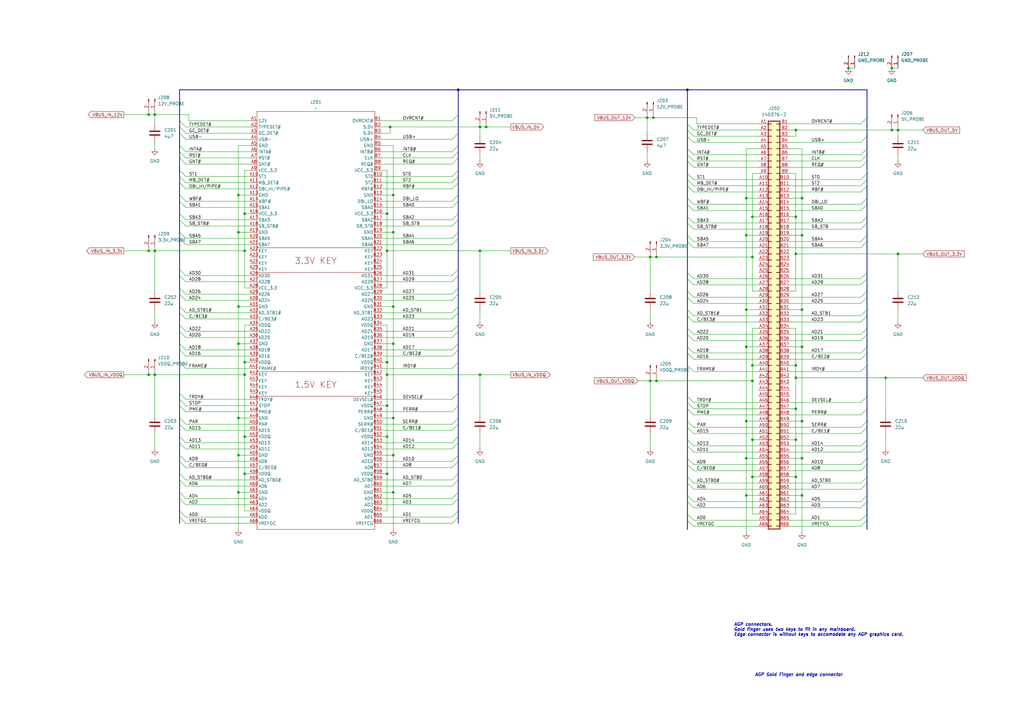
<source format=kicad_sch>
(kicad_sch (version 20250114) (generator "eeschema") (generator_version "9.0")
  (paper "A3")
  (text "AGP connectors.\nGold finger uses two keys to fit in any mainboard.\nEdge connector is without keys to accomodate any AGP graphics card." (at 300.99 258.318 0) (effects (font (size 1.27 1.27) (thickness 0.254) (bold yes) (italic yes)) (justify left)))
  (text "AGP Gold Finger and edge connector" (at 327.66 276.86 0) (effects (font (size 1.27 1.27) (thickness 0.254) (bold yes) (italic yes))))
  (junction (at 160.02 52.07))
  (junction (at 161.29 125.73))
  (junction (at 158.75 148.59))
  (junction (at 365.76 27.94))
  (junction (at 326.39 88.9))
  (junction (at 100.33 87.63))
  (junction (at 97.79 140.97))
  (junction (at 269.24 156.21))
  (junction (at 328.93 187.96))
  (junction (at 326.39 154.94))
  (junction (at 60.96 46.99))
  (junction (at 63.5 102.87))
  (junction (at 328.93 96.52))
  (junction (at 306.07 172.72))
  (junction (at 158.75 87.63))
  (junction (at 326.39 167.64))
  (junction (at 347.98 27.94))
  (junction (at 196.85 52.07))
  (junction (at 97.79 201.93))
  (junction (at 326.39 104.14))
  (junction (at 100.33 102.87))
  (junction (at 308.61 149.86))
  (junction (at 326.39 180.34))
  (junction (at 97.79 80.01))
  (junction (at 60.96 102.87))
  (junction (at 199.39 52.07))
  (junction (at 158.75 194.31))
  (junction (at 97.79 125.73))
  (junction (at 161.29 80.01))
  (junction (at 306.07 187.96))
  (junction (at 308.61 180.34))
  (junction (at 363.22 154.94))
  (junction (at 265.43 48.26))
  (junction (at 100.33 194.31))
  (junction (at 328.93 127))
  (junction (at 196.85 153.67))
  (junction (at 97.79 171.45))
  (junction (at 161.29 140.97))
  (junction (at 328.93 142.24))
  (junction (at 328.93 81.28))
  (junction (at 158.75 102.87))
  (junction (at 308.61 156.21))
  (junction (at 306.07 142.24))
  (junction (at 196.85 102.87))
  (junction (at 158.75 166.37))
  (junction (at 187.96 36.83))
  (junction (at 97.79 186.69))
  (junction (at 161.29 201.93))
  (junction (at 266.7 156.21))
  (junction (at 306.07 203.2))
  (junction (at 266.7 105.41))
  (junction (at 368.3 104.14))
  (junction (at 60.96 153.67))
  (junction (at 63.5 46.99))
  (junction (at 63.5 153.67))
  (junction (at 161.29 171.45))
  (junction (at 328.93 172.72))
  (junction (at 281.94 36.83))
  (junction (at 326.39 195.58))
  (junction (at 368.3 53.34))
  (junction (at 269.24 105.41))
  (junction (at 161.29 186.69))
  (junction (at 308.61 88.9))
  (junction (at 308.61 105.41))
  (junction (at 100.33 148.59))
  (junction (at 158.75 179.07))
  (junction (at 97.79 95.25))
  (junction (at 100.33 153.67))
  (junction (at 306.07 96.52))
  (junction (at 158.75 153.67))
  (junction (at 365.76 53.34))
  (junction (at 326.39 53.34))
  (junction (at 326.39 149.86))
  (junction (at 306.07 81.28))
  (junction (at 306.07 127))
  (junction (at 161.29 95.25))
  (junction (at 328.93 203.2))
  (junction (at 267.97 48.26))
  (junction (at 308.61 195.58))
  (junction (at 100.33 179.07))
  (no_connect (at -114.3 -43.18))
  (bus_entry (at 187.96 46.99) (size -2.54 2.54))
  (bus_entry (at 187.96 135.89) (size -2.54 2.54))
  (bus_entry (at 355.6 119.38) (size -2.54 2.54))
  (bus_entry (at 73.66 133.35) (size 2.54 2.54))
  (bus_entry (at 73.66 125.73) (size 2.54 2.54))
  (bus_entry (at 281.94 172.72) (size 2.54 2.54))
  (bus_entry (at 73.66 212.09) (size 2.54 2.54))
  (bus_entry (at 281.94 127) (size 2.54 2.54))
  (bus_entry (at 281.94 213.36) (size 2.54 2.54))
  (bus_entry (at 187.96 64.77) (size -2.54 2.54))
  (bus_entry (at 73.66 143.51) (size 2.54 2.54))
  (bus_entry (at 355.6 190.5) (size -2.54 2.54))
  (bus_entry (at 187.96 189.23) (size -2.54 2.54))
  (bus_entry (at 187.96 90.17) (size -2.54 2.54))
  (bus_entry (at 187.96 113.03) (size -2.54 2.54))
  (bus_entry (at 187.96 62.23) (size -2.54 2.54))
  (bus_entry (at 355.6 88.9) (size -2.54 2.54))
  (bus_entry (at 281.94 187.96) (size 2.54 2.54))
  (bus_entry (at 73.66 97.79) (size 2.54 2.54))
  (bus_entry (at 73.66 194.31) (size 2.54 2.54))
  (bus_entry (at 281.94 60.96) (size 2.54 2.54))
  (bus_entry (at 355.6 48.26) (size -2.54 2.54))
  (bus_entry (at 281.94 134.62) (size 2.54 2.54))
  (bus_entry (at 73.66 196.85) (size 2.54 2.54))
  (bus_entry (at 281.94 81.28) (size 2.54 2.54))
  (bus_entry (at 73.66 49.53) (size 2.54 2.54))
  (bus_entry (at 355.6 137.16) (size -2.54 2.54))
  (bus_entry (at 355.6 182.88) (size -2.54 2.54))
  (bus_entry (at 73.66 171.45) (size 2.54 2.54))
  (bus_entry (at 187.96 194.31) (size -2.54 2.54))
  (bus_entry (at 281.94 63.5) (size 2.54 2.54))
  (bus_entry (at 73.66 64.77) (size 2.54 2.54))
  (bus_entry (at 73.66 148.59) (size 2.54 2.54))
  (bus_entry (at 187.96 173.99) (size -2.54 2.54))
  (bus_entry (at 281.94 83.82) (size 2.54 2.54))
  (bus_entry (at 355.6 210.82) (size -2.54 2.54))
  (bus_entry (at 73.66 59.69) (size 2.54 2.54))
  (bus_entry (at 187.96 97.79) (size -2.54 2.54))
  (bus_entry (at 281.94 76.2) (size 2.54 2.54))
  (bus_entry (at 187.96 186.69) (size -2.54 2.54))
  (bus_entry (at 281.94 129.54) (size 2.54 2.54))
  (bus_entry (at 281.94 203.2) (size 2.54 2.54))
  (bus_entry (at 281.94 205.74) (size 2.54 2.54))
  (bus_entry (at 187.96 181.61) (size -2.54 2.54))
  (bus_entry (at 355.6 162.56) (size -2.54 2.54))
  (bus_entry (at 187.96 201.93) (size -2.54 2.54))
  (bus_entry (at 73.66 69.85) (size 2.54 2.54))
  (bus_entry (at 281.94 190.5) (size 2.54 2.54))
  (bus_entry (at 281.94 142.24) (size 2.54 2.54))
  (bus_entry (at 355.6 195.58) (size -2.54 2.54))
  (bus_entry (at 281.94 182.88) (size 2.54 2.54))
  (bus_entry (at 187.96 82.55) (size -2.54 2.54))
  (bus_entry (at 73.66 204.47) (size 2.54 2.54))
  (bus_entry (at 73.66 74.93) (size 2.54 2.54))
  (bus_entry (at 355.6 203.2) (size -2.54 2.54))
  (bus_entry (at 73.66 87.63) (size 2.54 2.54))
  (bus_entry (at 73.66 179.07) (size 2.54 2.54))
  (bus_entry (at 73.66 72.39) (size 2.54 2.54))
  (bus_entry (at 187.96 166.37) (size -2.54 2.54))
  (bus_entry (at 187.96 204.47) (size -2.54 2.54))
  (bus_entry (at 355.6 149.86) (size -2.54 2.54))
  (bus_entry (at 281.94 137.16) (size 2.54 2.54))
  (bus_entry (at 187.96 148.59) (size -2.54 2.54))
  (bus_entry (at 187.96 179.07) (size -2.54 2.54))
  (bus_entry (at 73.66 209.55) (size 2.54 2.54))
  (bus_entry (at 281.94 73.66) (size 2.54 2.54))
  (bus_entry (at 355.6 81.28) (size -2.54 2.54))
  (bus_entry (at 73.66 186.69) (size 2.54 2.54))
  (bus_entry (at 281.94 71.12) (size 2.54 2.54))
  (bus_entry (at 355.6 127) (size -2.54 2.54))
  (bus_entry (at 187.96 161.29) (size -2.54 2.54))
  (bus_entry (at 281.94 162.56) (size 2.54 2.54))
  (bus_entry (at 281.94 55.88) (size 2.54 2.54))
  (bus_entry (at 187.96 128.27) (size -2.54 2.54))
  (bus_entry (at 281.94 96.52) (size 2.54 2.54))
  (bus_entry (at 73.66 135.89) (size 2.54 2.54))
  (bus_entry (at 187.96 80.01) (size -2.54 2.54))
  (bus_entry (at 187.96 118.11) (size -2.54 2.54))
  (bus_entry (at 355.6 111.76) (size -2.54 2.54))
  (bus_entry (at 73.66 118.11) (size 2.54 2.54))
  (bus_entry (at 355.6 172.72) (size -2.54 2.54))
  (bus_entry (at 281.94 180.34) (size 2.54 2.54))
  (bus_entry (at 281.94 175.26) (size 2.54 2.54))
  (bus_entry (at 187.96 54.61) (size -2.54 2.54))
  (bus_entry (at 355.6 83.82) (size -2.54 2.54))
  (bus_entry (at 187.96 120.65) (size -2.54 2.54))
  (bus_entry (at 187.96 171.45) (size -2.54 2.54))
  (bus_entry (at 187.96 143.51) (size -2.54 2.54))
  (bus_entry (at 187.96 87.63) (size -2.54 2.54))
  (bus_entry (at 73.66 163.83) (size 2.54 2.54))
  (bus_entry (at 281.94 198.12) (size 2.54 2.54))
  (bus_entry (at 281.94 91.44) (size 2.54 2.54))
  (bus_entry (at 355.6 60.96) (size -2.54 2.54))
  (bus_entry (at 355.6 142.24) (size -2.54 2.54))
  (bus_entry (at 355.6 96.52) (size -2.54 2.54))
  (bus_entry (at 187.96 196.85) (size -2.54 2.54))
  (bus_entry (at 281.94 149.86) (size 2.54 2.54))
  (bus_entry (at 187.96 59.69) (size -2.54 2.54))
  (bus_entry (at 73.66 82.55) (size 2.54 2.54))
  (bus_entry (at 355.6 213.36) (size -2.54 2.54))
  (bus_entry (at 73.66 95.25) (size 2.54 2.54))
  (bus_entry (at 355.6 129.54) (size -2.54 2.54))
  (bus_entry (at 281.94 114.3) (size 2.54 2.54))
  (bus_entry (at 73.66 120.65) (size 2.54 2.54))
  (bus_entry (at 73.66 113.03) (size 2.54 2.54))
  (bus_entry (at 355.6 180.34) (size -2.54 2.54))
  (bus_entry (at 73.66 161.29) (size 2.54 2.54))
  (bus_entry (at 73.66 201.93) (size 2.54 2.54))
  (bus_entry (at 355.6 91.44) (size -2.54 2.54))
  (bus_entry (at 355.6 71.12) (size -2.54 2.54))
  (bus_entry (at 355.6 167.64) (size -2.54 2.54))
  (bus_entry (at 355.6 205.74) (size -2.54 2.54))
  (bus_entry (at 187.96 125.73) (size -2.54 2.54))
  (bus_entry (at 355.6 175.26) (size -2.54 2.54))
  (bus_entry (at 355.6 114.3) (size -2.54 2.54))
  (bus_entry (at 281.94 111.76) (size 2.54 2.54))
  (bus_entry (at 187.96 133.35) (size -2.54 2.54))
  (bus_entry (at 73.66 90.17) (size 2.54 2.54))
  (bus_entry (at 281.94 210.82) (size 2.54 2.54))
  (bus_entry (at 187.96 212.09) (size -2.54 2.54))
  (bus_entry (at 187.96 209.55) (size -2.54 2.54))
  (bus_entry (at 73.66 52.07) (size 2.54 2.54))
  (bus_entry (at 355.6 63.5) (size -2.54 2.54))
  (bus_entry (at 73.66 80.01) (size 2.54 2.54))
  (bus_entry (at 281.94 121.92) (size 2.54 2.54))
  (bus_entry (at 355.6 121.92) (size -2.54 2.54))
  (bus_entry (at 355.6 144.78) (size -2.54 2.54))
  (bus_entry (at 355.6 73.66) (size -2.54 2.54))
  (bus_entry (at 355.6 76.2) (size -2.54 2.54))
  (bus_entry (at 73.66 110.49) (size 2.54 2.54))
  (bus_entry (at 281.94 99.06) (size 2.54 2.54))
  (bus_entry (at 281.94 195.58) (size 2.54 2.54))
  (bus_entry (at 355.6 99.06) (size -2.54 2.54))
  (bus_entry (at 281.94 165.1) (size 2.54 2.54))
  (bus_entry (at 73.66 181.61) (size 2.54 2.54))
  (bus_entry (at 281.94 88.9) (size 2.54 2.54))
  (bus_entry (at 355.6 134.62) (size -2.54 2.54))
  (bus_entry (at 73.66 189.23) (size 2.54 2.54))
  (bus_entry (at 73.66 54.61) (size 2.54 2.54))
  (bus_entry (at 187.96 110.49) (size -2.54 2.54))
  (bus_entry (at 281.94 167.64) (size 2.54 2.54))
  (bus_entry (at 355.6 187.96) (size -2.54 2.54))
  (bus_entry (at 73.66 173.99) (size 2.54 2.54))
  (bus_entry (at 73.66 166.37) (size 2.54 2.54))
  (bus_entry (at 281.94 144.78) (size 2.54 2.54))
  (bus_entry (at 73.66 140.97) (size 2.54 2.54))
  (bus_entry (at 355.6 198.12) (size -2.54 2.54))
  (bus_entry (at 187.96 95.25) (size -2.54 2.54))
  (bus_entry (at 281.94 119.38) (size 2.54 2.54))
  (bus_entry (at 281.94 53.34) (size 2.54 2.54))
  (bus_entry (at 281.94 66.04) (size 2.54 2.54))
  (bus_entry (at 187.96 74.93) (size -2.54 2.54))
  (bus_entry (at 73.66 128.27) (size 2.54 2.54))
  (bus_entry (at 187.96 140.97) (size -2.54 2.54))
  (bus_entry (at 73.66 62.23) (size 2.54 2.54))
  (bus_entry (at 187.96 69.85) (size -2.54 2.54))
  (bus_entry (at 355.6 66.04) (size -2.54 2.54))
  (bus_entry (at 281.94 50.8) (size 2.54 2.54))
  (bus_entry (at 355.6 55.88) (size -2.54 2.54))
  (bus_entry (at 187.96 72.39) (size -2.54 2.54))
  (wire (pts (xy 156.21 85.09) (xy 185.42 85.09)))
  (wire (pts (xy 156.21 123.19) (xy 185.42 123.19)))
  (wire (pts (xy 76.2 173.99) (xy 102.87 173.99)))
  (bus (pts (xy 73.66 80.01) (xy 73.66 82.55)))
  (bus (pts (xy 73.66 204.47) (xy 73.66 209.55)))
  (wire (pts (xy 76.2 204.47) (xy 102.87 204.47)))
  (wire (pts (xy 323.85 195.58) (xy 326.39 195.58)))
  (bus (pts (xy 73.66 49.53) (xy 73.66 52.07)))
  (wire (pts (xy 311.15 203.2) (xy 306.07 203.2)))
  (wire (pts (xy 284.48 83.82) (xy 311.15 83.82)))
  (wire (pts (xy 323.85 185.42) (xy 353.06 185.42)))
  (wire (pts (xy 156.21 140.97) (xy 161.29 140.97)))
  (wire (pts (xy 161.29 59.69) (xy 161.29 80.01)))
  (wire (pts (xy 156.21 214.63) (xy 185.42 214.63)))
  (bus (pts (xy 355.6 119.38) (xy 355.6 121.92)))
  (wire (pts (xy 102.87 148.59) (xy 100.33 148.59)))
  (bus (pts (xy 281.94 121.92) (xy 281.94 127)))
  (wire (pts (xy 365.76 53.34) (xy 368.3 53.34)))
  (wire (pts (xy 100.33 118.11) (xy 100.33 102.87)))
  (wire (pts (xy 60.96 153.67) (xy 63.5 153.67)))
  (wire (pts (xy 199.39 50.8) (xy 199.39 52.07)))
  (wire (pts (xy 284.48 124.46) (xy 311.15 124.46)))
  (wire (pts (xy 196.85 52.07) (xy 199.39 52.07)))
  (wire (pts (xy 102.87 95.25) (xy 97.79 95.25)))
  (wire (pts (xy 60.96 46.99) (xy 63.5 46.99)))
  (bus (pts (xy 281.94 167.64) (xy 281.94 172.72)))
  (bus (pts (xy 187.96 212.09) (xy 187.96 214.63)))
  (wire (pts (xy 323.85 170.18) (xy 353.06 170.18)))
  (wire (pts (xy 76.2 184.15) (xy 102.87 184.15)))
  (wire (pts (xy 306.07 81.28) (xy 306.07 96.52)))
  (wire (pts (xy 156.21 118.11) (xy 158.75 118.11)))
  (bus (pts (xy 73.66 36.83) (xy 73.66 49.53)))
  (wire (pts (xy 365.76 27.94) (xy 368.3 27.94)))
  (wire (pts (xy 284.48 99.06) (xy 311.15 99.06)))
  (wire (pts (xy 284.48 170.18) (xy 311.15 170.18)))
  (wire (pts (xy 323.85 63.5) (xy 353.06 63.5)))
  (wire (pts (xy 328.93 172.72) (xy 328.93 187.96)))
  (wire (pts (xy 311.15 127) (xy 306.07 127)))
  (wire (pts (xy 323.85 180.34) (xy 326.39 180.34)))
  (bus (pts (xy 281.94 137.16) (xy 281.94 142.24)))
  (wire (pts (xy 156.21 100.33) (xy 185.42 100.33)))
  (bus (pts (xy 73.66 166.37) (xy 73.66 171.45)))
  (bus (pts (xy 73.66 36.83) (xy 187.96 36.83)))
  (wire (pts (xy 266.7 104.14) (xy 266.7 105.41)))
  (bus (pts (xy 281.94 205.74) (xy 281.94 210.82)))
  (wire (pts (xy 261.62 156.21) (xy 266.7 156.21)))
  (wire (pts (xy 76.2 57.15) (xy 102.87 57.15)))
  (wire (pts (xy 284.48 53.34) (xy 311.15 53.34)))
  (wire (pts (xy 311.15 210.82) (xy 308.61 210.82)))
  (wire (pts (xy 196.85 50.8) (xy 196.85 52.07)))
  (wire (pts (xy 156.21 59.69) (xy 161.29 59.69)))
  (wire (pts (xy 156.21 194.31) (xy 158.75 194.31)))
  (wire (pts (xy 156.21 90.17) (xy 185.42 90.17)))
  (wire (pts (xy 323.85 165.1) (xy 353.06 165.1)))
  (wire (pts (xy 97.79 125.73) (xy 97.79 140.97)))
  (wire (pts (xy 368.3 53.34) (xy 368.3 55.88)))
  (bus (pts (xy 355.6 182.88) (xy 355.6 187.96)))
  (wire (pts (xy 156.21 204.47) (xy 185.42 204.47)))
  (wire (pts (xy 156.21 115.57) (xy 185.42 115.57)))
  (bus (pts (xy 281.94 195.58) (xy 281.94 198.12)))
  (wire (pts (xy 311.15 195.58) (xy 308.61 195.58)))
  (bus (pts (xy 355.6 96.52) (xy 355.6 99.06)))
  (bus (pts (xy 73.66 173.99) (xy 73.66 179.07)))
  (wire (pts (xy 102.87 179.07) (xy 100.33 179.07)))
  (wire (pts (xy 284.48 129.54) (xy 311.15 129.54)))
  (wire (pts (xy 100.33 69.85) (xy 100.33 87.63)))
  (wire (pts (xy 326.39 167.64) (xy 326.39 180.34)))
  (wire (pts (xy 156.21 80.01) (xy 161.29 80.01)))
  (wire (pts (xy 326.39 104.14) (xy 326.39 119.38)))
  (wire (pts (xy 285.75 50.8) (xy 285.75 48.26)))
  (wire (pts (xy 158.75 102.87) (xy 158.75 118.11)))
  (wire (pts (xy 311.15 96.52) (xy 306.07 96.52)))
  (bus (pts (xy 281.94 81.28) (xy 281.94 83.82)))
  (wire (pts (xy 100.33 148.59) (xy 100.33 153.67)))
  (bus (pts (xy 73.66 163.83) (xy 73.66 166.37)))
  (wire (pts (xy 260.35 105.41) (xy 266.7 105.41)))
  (bus (pts (xy 187.96 74.93) (xy 187.96 80.01)))
  (wire (pts (xy 76.2 120.65) (xy 102.87 120.65)))
  (wire (pts (xy 284.48 76.2) (xy 311.15 76.2)))
  (bus (pts (xy 73.66 143.51) (xy 73.66 148.59)))
  (wire (pts (xy 323.85 93.98) (xy 353.06 93.98)))
  (wire (pts (xy 97.79 140.97) (xy 97.79 171.45)))
  (bus (pts (xy 281.94 114.3) (xy 281.94 119.38)))
  (bus (pts (xy 355.6 127) (xy 355.6 129.54)))
  (bus (pts (xy 355.6 149.86) (xy 355.6 162.56)))
  (bus (pts (xy 187.96 62.23) (xy 187.96 64.77)))
  (wire (pts (xy 156.21 207.01) (xy 185.42 207.01)))
  (bus (pts (xy 187.96 173.99) (xy 187.96 179.07)))
  (wire (pts (xy 158.75 209.55) (xy 158.75 194.31)))
  (bus (pts (xy 187.96 186.69) (xy 187.96 189.23)))
  (wire (pts (xy 323.85 147.32) (xy 353.06 147.32)))
  (wire (pts (xy 76.2 191.77) (xy 102.87 191.77)))
  (wire (pts (xy 323.85 152.4) (xy 353.06 152.4)))
  (wire (pts (xy 308.61 149.86) (xy 308.61 134.62)))
  (wire (pts (xy 265.43 62.23) (xy 265.43 66.04)))
  (wire (pts (xy 63.5 153.67) (xy 100.33 153.67)))
  (wire (pts (xy 284.48 139.7) (xy 311.15 139.7)))
  (wire (pts (xy 97.79 95.25) (xy 97.79 125.73)))
  (bus (pts (xy 187.96 54.61) (xy 187.96 59.69)))
  (bus (pts (xy 187.96 59.69) (xy 187.96 62.23)))
  (wire (pts (xy 308.61 180.34) (xy 308.61 195.58)))
  (bus (pts (xy 355.6 81.28) (xy 355.6 83.82)))
  (wire (pts (xy 196.85 52.07) (xy 196.85 55.88)))
  (wire (pts (xy 76.2 72.39) (xy 102.87 72.39)))
  (wire (pts (xy 323.85 134.62) (xy 326.39 134.62)))
  (bus (pts (xy 355.6 60.96) (xy 355.6 63.5)))
  (bus (pts (xy 187.96 90.17) (xy 187.96 95.25)))
  (wire (pts (xy 265.43 48.26) (xy 265.43 54.61)))
  (bus (pts (xy 187.96 189.23) (xy 187.96 194.31)))
  (wire (pts (xy 266.7 156.21) (xy 266.7 170.18)))
  (wire (pts (xy 100.33 153.67) (xy 100.33 179.07)))
  (wire (pts (xy 156.21 171.45) (xy 161.29 171.45)))
  (wire (pts (xy 97.79 186.69) (xy 97.79 201.93)))
  (wire (pts (xy 306.07 187.96) (xy 306.07 203.2)))
  (wire (pts (xy 284.48 93.98) (xy 311.15 93.98)))
  (wire (pts (xy 76.2 135.89) (xy 102.87 135.89)))
  (wire (pts (xy 260.35 48.26) (xy 265.43 48.26)))
  (wire (pts (xy 156.21 77.47) (xy 185.42 77.47)))
  (wire (pts (xy 323.85 127) (xy 328.93 127)))
  (wire (pts (xy 100.33 133.35) (xy 100.33 148.59)))
  (wire (pts (xy 284.48 114.3) (xy 311.15 114.3)))
  (wire (pts (xy 156.21 196.85) (xy 185.42 196.85)))
  (wire (pts (xy 368.3 104.14) (xy 378.46 104.14)))
  (wire (pts (xy 76.2 82.55) (xy 102.87 82.55)))
  (wire (pts (xy 156.21 92.71) (xy 185.42 92.71)))
  (bus (pts (xy 187.96 82.55) (xy 187.96 87.63)))
  (bus (pts (xy 73.66 90.17) (xy 73.66 95.25)))
  (wire (pts (xy 60.96 102.87) (xy 63.5 102.87)))
  (wire (pts (xy 76.2 181.61) (xy 102.87 181.61)))
  (bus (pts (xy 73.66 140.97) (xy 73.66 143.51)))
  (bus (pts (xy 73.66 125.73) (xy 73.66 128.27)))
  (bus (pts (xy 187.96 128.27) (xy 187.96 133.35)))
  (wire (pts (xy 63.5 46.99) (xy 77.47 46.99)))
  (wire (pts (xy 50.8 46.99) (xy 60.96 46.99)))
  (bus (pts (xy 281.94 182.88) (xy 281.94 187.96)))
  (wire (pts (xy 76.2 113.03) (xy 102.87 113.03)))
  (wire (pts (xy 76.2 151.13) (xy 102.87 151.13)))
  (wire (pts (xy 156.21 64.77) (xy 185.42 64.77)))
  (wire (pts (xy 323.85 116.84) (xy 353.06 116.84)))
  (wire (pts (xy 76.2 92.71) (xy 102.87 92.71)))
  (wire (pts (xy 284.48 165.1) (xy 311.15 165.1)))
  (bus (pts (xy 355.6 71.12) (xy 355.6 73.66)))
  (bus (pts (xy 355.6 175.26) (xy 355.6 180.34)))
  (wire (pts (xy 323.85 99.06) (xy 353.06 99.06)))
  (wire (pts (xy 156.21 189.23) (xy 185.42 189.23)))
  (wire (pts (xy 328.93 142.24) (xy 328.93 172.72)))
  (wire (pts (xy 156.21 128.27) (xy 185.42 128.27)))
  (bus (pts (xy 73.66 59.69) (xy 73.66 62.23)))
  (wire (pts (xy 326.39 154.94) (xy 326.39 167.64)))
  (bus (pts (xy 281.94 149.86) (xy 281.94 162.56)))
  (wire (pts (xy 76.2 199.39) (xy 102.87 199.39)))
  (wire (pts (xy 308.61 134.62) (xy 311.15 134.62)))
  (wire (pts (xy 63.5 153.67) (xy 63.5 170.18)))
  (wire (pts (xy 306.07 127) (xy 306.07 142.24)))
  (bus (pts (xy 281.94 180.34) (xy 281.94 182.88)))
  (bus (pts (xy 281.94 99.06) (xy 281.94 111.76)))
  (wire (pts (xy 326.39 154.94) (xy 363.22 154.94)))
  (wire (pts (xy 156.21 113.03) (xy 185.42 113.03)))
  (wire (pts (xy 284.48 58.42) (xy 311.15 58.42)))
  (wire (pts (xy 311.15 50.8) (xy 285.75 50.8)))
  (wire (pts (xy 156.21 168.91) (xy 185.42 168.91)))
  (wire (pts (xy 156.21 199.39) (xy 185.42 199.39)))
  (bus (pts (xy 187.96 97.79) (xy 187.96 110.49)))
  (bus (pts (xy 355.6 99.06) (xy 355.6 111.76)))
  (bus (pts (xy 355.6 121.92) (xy 355.6 127)))
  (wire (pts (xy 156.21 184.15) (xy 185.42 184.15)))
  (bus (pts (xy 73.66 82.55) (xy 73.66 87.63)))
  (bus (pts (xy 73.66 95.25) (xy 73.66 97.79)))
  (wire (pts (xy 100.33 179.07) (xy 100.33 194.31)))
  (wire (pts (xy 284.48 132.08) (xy 311.15 132.08)))
  (wire (pts (xy 102.87 125.73) (xy 97.79 125.73)))
  (wire (pts (xy 76.2 176.53) (xy 102.87 176.53)))
  (wire (pts (xy 311.15 60.96) (xy 306.07 60.96)))
  (wire (pts (xy 76.2 143.51) (xy 102.87 143.51)))
  (bus (pts (xy 355.6 134.62) (xy 355.6 137.16)))
  (wire (pts (xy 196.85 153.67) (xy 209.55 153.67)))
  (wire (pts (xy 323.85 78.74) (xy 353.06 78.74)))
  (wire (pts (xy 156.21 82.55) (xy 185.42 82.55)))
  (wire (pts (xy 160.02 54.61) (xy 160.02 52.07)))
  (wire (pts (xy 323.85 175.26) (xy 353.06 175.26)))
  (wire (pts (xy 323.85 200.66) (xy 353.06 200.66)))
  (bus (pts (xy 281.94 127) (xy 281.94 129.54)))
  (bus (pts (xy 281.94 76.2) (xy 281.94 81.28)))
  (wire (pts (xy 156.21 181.61) (xy 185.42 181.61)))
  (wire (pts (xy 284.48 182.88) (xy 311.15 182.88)))
  (bus (pts (xy 355.6 66.04) (xy 355.6 71.12)))
  (wire (pts (xy 328.93 127) (xy 328.93 142.24)))
  (bus (pts (xy 73.66 135.89) (xy 73.66 140.97)))
  (wire (pts (xy 158.75 102.87) (xy 196.85 102.87)))
  (bus (pts (xy 355.6 180.34) (xy 355.6 182.88)))
  (wire (pts (xy 156.21 212.09) (xy 185.42 212.09)))
  (bus (pts (xy 187.96 196.85) (xy 187.96 201.93)))
  (wire (pts (xy 323.85 144.78) (xy 353.06 144.78)))
  (bus (pts (xy 355.6 213.36) (xy 355.6 217.17)))
  (wire (pts (xy 323.85 83.82) (xy 353.06 83.82)))
  (wire (pts (xy 328.93 203.2) (xy 328.93 218.44)))
  (wire (pts (xy 102.87 69.85) (xy 100.33 69.85)))
  (wire (pts (xy 160.02 52.07) (xy 196.85 52.07)))
  (wire (pts (xy 76.2 67.31) (xy 102.87 67.31)))
  (wire (pts (xy 156.21 143.51) (xy 185.42 143.51)))
  (wire (pts (xy 365.76 52.07) (xy 365.76 53.34)))
  (wire (pts (xy 156.21 74.93) (xy 185.42 74.93)))
  (wire (pts (xy 97.79 80.01) (xy 97.79 95.25)))
  (wire (pts (xy 76.2 97.79) (xy 102.87 97.79)))
  (bus (pts (xy 355.6 172.72) (xy 355.6 175.26)))
  (wire (pts (xy 323.85 139.7) (xy 353.06 139.7)))
  (bus (pts (xy 187.96 194.31) (xy 187.96 196.85)))
  (wire (pts (xy 323.85 198.12) (xy 353.06 198.12)))
  (bus (pts (xy 73.66 120.65) (xy 73.66 125.73)))
  (wire (pts (xy 156.21 62.23) (xy 185.42 62.23)))
  (bus (pts (xy 187.96 80.01) (xy 187.96 82.55)))
  (wire (pts (xy 311.15 142.24) (xy 306.07 142.24)))
  (bus (pts (xy 73.66 97.79) (xy 73.66 110.49)))
  (wire (pts (xy 63.5 101.6) (xy 63.5 102.87)))
  (wire (pts (xy 308.61 71.12) (xy 308.61 88.9)))
  (bus (pts (xy 355.6 55.88) (xy 355.6 60.96)))
  (wire (pts (xy 323.85 193.04) (xy 353.06 193.04)))
  (bus (pts (xy 187.96 161.29) (xy 187.96 166.37)))
  (bus (pts (xy 355.6 88.9) (xy 355.6 91.44)))
  (wire (pts (xy 156.21 130.81) (xy 185.42 130.81)))
  (wire (pts (xy 76.2 214.63) (xy 102.87 214.63)))
  (wire (pts (xy 76.2 100.33) (xy 102.87 100.33)))
  (wire (pts (xy 266.7 154.94) (xy 266.7 156.21)))
  (wire (pts (xy 63.5 46.99) (xy 63.5 50.8)))
  (wire (pts (xy 63.5 58.42) (xy 63.5 60.96)))
  (wire (pts (xy 156.21 191.77) (xy 185.42 191.77)))
  (bus (pts (xy 355.6 73.66) (xy 355.6 76.2)))
  (wire (pts (xy 76.2 168.91) (xy 102.87 168.91)))
  (bus (pts (xy 355.6 137.16) (xy 355.6 142.24)))
  (wire (pts (xy 63.5 127) (xy 63.5 132.08)))
  (wire (pts (xy 161.29 80.01) (xy 161.29 95.25)))
  (bus (pts (xy 187.96 95.25) (xy 187.96 97.79)))
  (bus (pts (xy 187.96 64.77) (xy 187.96 69.85)))
  (wire (pts (xy 326.39 104.14) (xy 368.3 104.14)))
  (bus (pts (xy 187.96 181.61) (xy 187.96 186.69)))
  (wire (pts (xy 156.21 135.89) (xy 185.42 135.89)))
  (wire (pts (xy 284.48 205.74) (xy 311.15 205.74)))
  (bus (pts (xy 73.66 110.49) (xy 73.66 113.03)))
  (bus (pts (xy 187.96 166.37) (xy 187.96 171.45)))
  (bus (pts (xy 355.6 210.82) (xy 355.6 213.36)))
  (wire (pts (xy 100.33 209.55) (xy 100.33 194.31)))
  (wire (pts (xy 308.61 210.82) (xy 308.61 195.58)))
  (wire (pts (xy 284.48 91.44) (xy 311.15 91.44)))
  (wire (pts (xy 323.85 66.04) (xy 353.06 66.04)))
  (bus (pts (xy 281.94 203.2) (xy 281.94 205.74)))
  (wire (pts (xy 311.15 180.34) (xy 308.61 180.34)))
  (bus (pts (xy 187.96 125.73) (xy 187.96 128.27)))
  (wire (pts (xy 156.21 186.69) (xy 161.29 186.69)))
  (bus (pts (xy 73.66 54.61) (xy 73.66 59.69)))
  (wire (pts (xy 266.7 177.8) (xy 266.7 184.15)))
  (bus (pts (xy 281.94 88.9) (xy 281.94 91.44)))
  (wire (pts (xy 323.85 81.28) (xy 328.93 81.28)))
  (wire (pts (xy 158.75 87.63) (xy 158.75 102.87)))
  (wire (pts (xy 326.39 134.62) (xy 326.39 149.86)))
  (wire (pts (xy 161.29 186.69) (xy 161.29 201.93)))
  (wire (pts (xy 284.48 200.66) (xy 311.15 200.66)))
  (bus (pts (xy 281.94 36.83) (xy 355.6 36.83)))
  (bus (pts (xy 187.96 171.45) (xy 187.96 173.99)))
  (wire (pts (xy 76.2 123.19) (xy 102.87 123.19)))
  (bus (pts (xy 187.96 113.03) (xy 187.96 118.11)))
  (bus (pts (xy 281.94 142.24) (xy 281.94 144.78)))
  (bus (pts (xy 187.96 72.39) (xy 187.96 74.93)))
  (wire (pts (xy 161.29 201.93) (xy 161.29 217.17)))
  (bus (pts (xy 73.66 52.07) (xy 73.66 54.61)))
  (wire (pts (xy 323.85 129.54) (xy 353.06 129.54)))
  (wire (pts (xy 363.22 154.94) (xy 378.46 154.94)))
  (bus (pts (xy 187.96 148.59) (xy 187.96 161.29)))
  (bus (pts (xy 187.96 209.55) (xy 187.96 212.09)))
  (wire (pts (xy 284.48 215.9) (xy 311.15 215.9)))
  (bus (pts (xy 281.94 129.54) (xy 281.94 134.62)))
  (wire (pts (xy 158.75 179.07) (xy 158.75 166.37)))
  (bus (pts (xy 355.6 195.58) (xy 355.6 198.12)))
  (bus (pts (xy 281.94 71.12) (xy 281.94 73.66)))
  (wire (pts (xy 306.07 142.24) (xy 306.07 172.72)))
  (wire (pts (xy 311.15 71.12) (xy 308.61 71.12)))
  (wire (pts (xy 266.7 105.41) (xy 269.24 105.41)))
  (bus (pts (xy 187.96 118.11) (xy 187.96 120.65)))
  (wire (pts (xy 323.85 177.8) (xy 353.06 177.8)))
  (bus (pts (xy 73.66 161.29) (xy 73.66 163.83)))
  (wire (pts (xy 269.24 154.94) (xy 269.24 156.21)))
  (wire (pts (xy 63.5 152.4) (xy 63.5 153.67)))
  (bus (pts (xy 73.66 69.85) (xy 73.66 72.39)))
  (wire (pts (xy 284.48 144.78) (xy 311.15 144.78)))
  (bus (pts (xy 187.96 135.89) (xy 187.96 140.97)))
  (wire (pts (xy 156.21 69.85) (xy 158.75 69.85)))
  (bus (pts (xy 281.94 190.5) (xy 281.94 195.58)))
  (bus (pts (xy 187.96 110.49) (xy 187.96 113.03)))
  (wire (pts (xy 328.93 96.52) (xy 328.93 127)))
  (bus (pts (xy 355.6 91.44) (xy 355.6 96.52)))
  (wire (pts (xy 323.85 149.86) (xy 326.39 149.86)))
  (wire (pts (xy 156.21 72.39) (xy 185.42 72.39)))
  (wire (pts (xy 326.39 71.12) (xy 326.39 88.9)))
  (wire (pts (xy 102.87 80.01) (xy 97.79 80.01)))
  (wire (pts (xy 161.29 171.45) (xy 161.29 186.69)))
  (wire (pts (xy 161.29 95.25) (xy 161.29 125.73)))
  (wire (pts (xy 363.22 154.94) (xy 363.22 170.18)))
  (wire (pts (xy 284.48 121.92) (xy 311.15 121.92)))
  (bus (pts (xy 281.94 91.44) (xy 281.94 96.52)))
  (bus (pts (xy 355.6 144.78) (xy 355.6 149.86)))
  (wire (pts (xy 363.22 177.8) (xy 363.22 184.15)))
  (wire (pts (xy 50.8 102.87) (xy 60.96 102.87)))
  (wire (pts (xy 284.48 198.12) (xy 311.15 198.12)))
  (wire (pts (xy 76.2 64.77) (xy 102.87 64.77)))
  (wire (pts (xy 100.33 87.63) (xy 102.87 87.63)))
  (bus (pts (xy 281.94 53.34) (xy 281.94 55.88)))
  (wire (pts (xy 156.21 133.35) (xy 158.75 133.35)))
  (wire (pts (xy 156.21 52.07) (xy 160.02 52.07)))
  (wire (pts (xy 63.5 102.87) (xy 100.33 102.87)))
  (bus (pts (xy 281.94 36.83) (xy 281.94 50.8)))
  (bus (pts (xy 187.96 87.63) (xy 187.96 90.17)))
  (wire (pts (xy 323.85 68.58) (xy 353.06 68.58)))
  (bus (pts (xy 281.94 60.96) (xy 281.94 63.5)))
  (wire (pts (xy 76.2 163.83) (xy 102.87 163.83)))
  (bus (pts (xy 187.96 120.65) (xy 187.96 125.73)))
  (bus (pts (xy 355.6 198.12) (xy 355.6 203.2)))
  (wire (pts (xy 156.21 97.79) (xy 185.42 97.79)))
  (wire (pts (xy 323.85 190.5) (xy 353.06 190.5)))
  (bus (pts (xy 281.94 165.1) (xy 281.94 167.64)))
  (bus (pts (xy 281.94 134.62) (xy 281.94 137.16)))
  (wire (pts (xy 77.47 49.53) (xy 77.47 46.99)))
  (wire (pts (xy 269.24 104.14) (xy 269.24 105.41)))
  (bus (pts (xy 73.66 179.07) (xy 73.66 181.61)))
  (wire (pts (xy 76.2 130.81) (xy 102.87 130.81)))
  (wire (pts (xy 326.39 195.58) (xy 326.39 180.34)))
  (wire (pts (xy 156.21 163.83) (xy 185.42 163.83)))
  (bus (pts (xy 355.6 187.96) (xy 355.6 190.5)))
  (wire (pts (xy 102.87 140.97) (xy 97.79 140.97)))
  (bus (pts (xy 73.66 87.63) (xy 73.66 90.17)))
  (wire (pts (xy 156.21 120.65) (xy 185.42 120.65)))
  (wire (pts (xy 323.85 73.66) (xy 353.06 73.66)))
  (bus (pts (xy 281.94 144.78) (xy 281.94 149.86)))
  (wire (pts (xy 323.85 121.92) (xy 353.06 121.92)))
  (wire (pts (xy 76.2 189.23) (xy 102.87 189.23)))
  (wire (pts (xy 266.7 105.41) (xy 266.7 119.38)))
  (bus (pts (xy 281.94 63.5) (xy 281.94 66.04)))
  (wire (pts (xy 267.97 46.99) (xy 267.97 48.26)))
  (bus (pts (xy 187.96 179.07) (xy 187.96 181.61)))
  (wire (pts (xy 284.48 116.84) (xy 311.15 116.84)))
  (wire (pts (xy 284.48 177.8) (xy 311.15 177.8)))
  (bus (pts (xy 281.94 213.36) (xy 281.94 217.17)))
  (wire (pts (xy 306.07 203.2) (xy 306.07 218.44)))
  (wire (pts (xy 284.48 101.6) (xy 311.15 101.6)))
  (wire (pts (xy 156.21 209.55) (xy 158.75 209.55)))
  (wire (pts (xy 323.85 132.08) (xy 353.06 132.08)))
  (bus (pts (xy 355.6 190.5) (xy 355.6 195.58)))
  (bus (pts (xy 73.66 72.39) (xy 73.66 74.93)))
  (bus (pts (xy 281.94 73.66) (xy 281.94 76.2)))
  (wire (pts (xy 196.85 102.87) (xy 209.55 102.87)))
  (wire (pts (xy 196.85 177.8) (xy 196.85 184.15)))
  (wire (pts (xy 266.7 156.21) (xy 269.24 156.21)))
  (bus (pts (xy 73.66 194.31) (xy 73.66 196.85)))
  (wire (pts (xy 311.15 119.38) (xy 308.61 119.38)))
  (bus (pts (xy 281.94 50.8) (xy 281.94 53.34)))
  (wire (pts (xy 156.21 148.59) (xy 158.75 148.59)))
  (wire (pts (xy 284.48 213.36) (xy 311.15 213.36)))
  (wire (pts (xy 323.85 137.16) (xy 353.06 137.16)))
  (wire (pts (xy 323.85 91.44) (xy 353.06 91.44)))
  (wire (pts (xy 284.48 152.4) (xy 311.15 152.4)))
  (wire (pts (xy 76.2 128.27) (xy 102.87 128.27)))
  (wire (pts (xy 156.21 125.73) (xy 161.29 125.73)))
  (wire (pts (xy 311.15 172.72) (xy 306.07 172.72)))
  (bus (pts (xy 187.96 140.97) (xy 187.96 143.51)))
  (wire (pts (xy 323.85 124.46) (xy 353.06 124.46)))
  (wire (pts (xy 323.85 215.9) (xy 353.06 215.9)))
  (wire (pts (xy 311.15 81.28) (xy 306.07 81.28)))
  (bus (pts (xy 73.66 171.45) (xy 73.66 173.99)))
  (bus (pts (xy 73.66 196.85) (xy 73.66 201.93)))
  (wire (pts (xy 308.61 149.86) (xy 308.61 156.21)))
  (wire (pts (xy 102.87 133.35) (xy 100.33 133.35)))
  (bus (pts (xy 355.6 63.5) (xy 355.6 66.04)))
  (wire (pts (xy 323.85 50.8) (xy 353.06 50.8)))
  (wire (pts (xy 368.3 104.14) (xy 368.3 119.38)))
  (bus (pts (xy 187.96 204.47) (xy 187.96 209.55)))
  (wire (pts (xy 323.85 167.64) (xy 326.39 167.64)))
  (bus (pts (xy 281.94 96.52) (xy 281.94 99.06)))
  (wire (pts (xy 60.96 45.72) (xy 60.96 46.99)))
  (wire (pts (xy 196.85 63.5) (xy 196.85 66.04)))
  (bus (pts (xy 187.96 36.83) (xy 281.94 36.83)))
  (bus (pts (xy 187.96 36.83) (xy 187.96 46.99)))
  (wire (pts (xy 284.48 190.5) (xy 311.15 190.5)))
  (wire (pts (xy 158.75 153.67) (xy 196.85 153.67)))
  (wire (pts (xy 50.8 153.67) (xy 60.96 153.67)))
  (wire (pts (xy 196.85 127) (xy 196.85 132.08)))
  (wire (pts (xy 76.2 166.37) (xy 102.87 166.37)))
  (wire (pts (xy 323.85 203.2) (xy 328.93 203.2)))
  (wire (pts (xy 328.93 81.28) (xy 328.93 96.52)))
  (wire (pts (xy 158.75 153.67) (xy 158.75 148.59)))
  (bus (pts (xy 355.6 162.56) (xy 355.6 167.64)))
  (bus (pts (xy 281.94 111.76) (xy 281.94 114.3)))
  (wire (pts (xy 284.48 167.64) (xy 311.15 167.64)))
  (wire (pts (xy 97.79 59.69) (xy 97.79 80.01)))
  (wire (pts (xy 102.87 201.93) (xy 97.79 201.93)))
  (wire (pts (xy 284.48 73.66) (xy 311.15 73.66)))
  (wire (pts (xy 156.21 57.15) (xy 185.42 57.15)))
  (wire (pts (xy 284.48 86.36) (xy 311.15 86.36)))
  (wire (pts (xy 63.5 177.8) (xy 63.5 184.15)))
  (wire (pts (xy 323.85 182.88) (xy 353.06 182.88)))
  (bus (pts (xy 73.66 128.27) (xy 73.66 133.35)))
  (wire (pts (xy 308.61 88.9) (xy 311.15 88.9)))
  (wire (pts (xy 326.39 53.34) (xy 365.76 53.34)))
  (bus (pts (xy 73.66 209.55) (xy 73.66 212.09)))
  (wire (pts (xy 156.21 146.05) (xy 185.42 146.05)))
  (bus (pts (xy 355.6 36.83) (xy 355.6 48.26)))
  (bus (pts (xy 187.96 201.93) (xy 187.96 204.47)))
  (wire (pts (xy 100.33 194.31) (xy 102.87 194.31)))
  (wire (pts (xy 269.24 156.21) (xy 308.61 156.21)))
  (bus (pts (xy 73.66 62.23) (xy 73.66 64.77)))
  (wire (pts (xy 76.2 207.01) (xy 102.87 207.01)))
  (wire (pts (xy 308.61 88.9) (xy 308.61 105.41)))
  (wire (pts (xy 158.75 166.37) (xy 158.75 153.67)))
  (wire (pts (xy 368.3 52.07) (xy 368.3 53.34)))
  (bus (pts (xy 281.94 119.38) (xy 281.94 121.92)))
  (wire (pts (xy 323.85 88.9) (xy 326.39 88.9)))
  (wire (pts (xy 102.87 118.11) (xy 100.33 118.11)))
  (bus (pts (xy 355.6 76.2) (xy 355.6 81.28)))
  (wire (pts (xy 76.2 85.09) (xy 102.87 85.09)))
  (wire (pts (xy 76.2 52.07) (xy 102.87 52.07)))
  (wire (pts (xy 102.87 59.69) (xy 97.79 59.69)))
  (wire (pts (xy 306.07 172.72) (xy 306.07 187.96)))
  (bus (pts (xy 73.66 133.35) (xy 73.66 135.89)))
  (wire (pts (xy 323.85 55.88) (xy 326.39 55.88)))
  (wire (pts (xy 76.2 146.05) (xy 102.87 146.05)))
  (bus (pts (xy 355.6 167.64) (xy 355.6 172.72)))
  (wire (pts (xy 284.48 66.04) (xy 311.15 66.04)))
  (wire (pts (xy 326.39 210.82) (xy 326.39 195.58)))
  (bus (pts (xy 281.94 66.04) (xy 281.94 71.12)))
  (wire (pts (xy 76.2 62.23) (xy 102.87 62.23)))
  (wire (pts (xy 63.5 102.87) (xy 63.5 119.38)))
  (wire (pts (xy 76.2 115.57) (xy 102.87 115.57)))
  (bus (pts (xy 355.6 48.26) (xy 355.6 55.88)))
  (wire (pts (xy 161.29 140.97) (xy 161.29 171.45)))
  (wire (pts (xy 76.2 90.17) (xy 102.87 90.17)))
  (wire (pts (xy 156.21 173.99) (xy 185.42 173.99)))
  (wire (pts (xy 284.48 55.88) (xy 311.15 55.88)))
  (wire (pts (xy 199.39 52.07) (xy 209.55 52.07)))
  (wire (pts (xy 323.85 172.72) (xy 328.93 172.72)))
  (bus (pts (xy 281.94 172.72) (xy 281.94 175.26)))
  (wire (pts (xy 284.48 193.04) (xy 311.15 193.04)))
  (bus (pts (xy 187.96 143.51) (xy 187.96 148.59)))
  (bus (pts (xy 187.96 133.35) (xy 187.96 135.89)))
  (wire (pts (xy 76.2 196.85) (xy 102.87 196.85)))
  (wire (pts (xy 158.75 69.85) (xy 158.75 87.63)))
  (wire (pts (xy 284.48 68.58) (xy 311.15 68.58)))
  (wire (pts (xy 326.39 53.34) (xy 326.39 55.88)))
  (wire (pts (xy 323.85 210.82) (xy 326.39 210.82)))
  (bus (pts (xy 281.94 162.56) (xy 281.94 165.1)))
  (wire (pts (xy 323.85 53.34) (xy 326.39 53.34)))
  (wire (pts (xy 323.85 96.52) (xy 328.93 96.52)))
  (bus (pts (xy 187.96 46.99) (xy 187.96 54.61)))
  (wire (pts (xy 161.29 125.73) (xy 161.29 140.97)))
  (wire (pts (xy 265.43 46.99) (xy 265.43 48.26)))
  (bus (pts (xy 73.66 212.09) (xy 73.66 214.63)))
  (wire (pts (xy 323.85 76.2) (xy 353.06 76.2)))
  (wire (pts (xy 323.85 119.38) (xy 326.39 119.38)))
  (wire (pts (xy 323.85 205.74) (xy 353.06 205.74)))
  (wire (pts (xy 156.21 87.63) (xy 158.75 87.63)))
  (wire (pts (xy 284.48 78.74) (xy 311.15 78.74)))
  (wire (pts (xy 267.97 48.26) (xy 285.75 48.26)))
  (wire (pts (xy 284.48 147.32) (xy 311.15 147.32)))
  (wire (pts (xy 60.96 152.4) (xy 60.96 153.67)))
  (wire (pts (xy 265.43 48.26) (xy 267.97 48.26)))
  (bus (pts (xy 73.66 201.93) (xy 73.66 204.47)))
  (wire (pts (xy 311.15 187.96) (xy 306.07 187.96)))
  (bus (pts (xy 73.66 113.03) (xy 73.66 118.11)))
  (wire (pts (xy 311.15 149.86) (xy 308.61 149.86)))
  (wire (pts (xy 196.85 153.67) (xy 196.85 170.18)))
  (wire (pts (xy 368.3 63.5) (xy 368.3 66.04)))
  (wire (pts (xy 269.24 105.41) (xy 308.61 105.41)))
  (wire (pts (xy 323.85 71.12) (xy 326.39 71.12)))
  (wire (pts (xy 284.48 137.16) (xy 311.15 137.16)))
  (bus (pts (xy 281.94 210.82) (xy 281.94 213.36)))
  (bus (pts (xy 355.6 129.54) (xy 355.6 134.62)))
  (bus (pts (xy 355.6 203.2) (xy 355.6 205.74)))
  (bus (pts (xy 73.66 64.77) (xy 73.66 69.85)))
  (wire (pts (xy 284.48 185.42) (xy 311.15 185.42)))
  (wire (pts (xy 60.96 101.6) (xy 60.96 102.87)))
  (wire (pts (xy 156.21 67.31) (xy 185.42 67.31)))
  (wire (pts (xy 323.85 101.6) (xy 353.06 101.6)))
  (wire (pts (xy 156.21 95.25) (xy 161.29 95.25)))
  (wire (pts (xy 76.2 212.09) (xy 102.87 212.09)))
  (wire (pts (xy 323.85 114.3) (xy 353.06 114.3)))
  (wire (pts (xy 76.2 74.93) (xy 102.87 74.93)))
  (wire (pts (xy 100.33 102.87) (xy 100.33 87.63)))
  (wire (pts (xy 306.07 60.96) (xy 306.07 81.28)))
  (wire (pts (xy 97.79 171.45) (xy 97.79 186.69)))
  (wire (pts (xy 323.85 213.36) (xy 353.06 213.36)))
  (wire (pts (xy 102.87 209.55) (xy 100.33 209.55)))
  (wire (pts (xy 308.61 119.38) (xy 308.61 105.41)))
  (wire (pts (xy 323.85 142.24) (xy 328.93 142.24)))
  (wire (pts (xy 284.48 63.5) (xy 311.15 63.5)))
  (wire (pts (xy 102.87 171.45) (xy 97.79 171.45)))
  (bus (pts (xy 281.94 187.96) (xy 281.94 190.5)))
  (bus (pts (xy 355.6 111.76) (xy 355.6 114.3)))
  (wire (pts (xy 284.48 208.28) (xy 311.15 208.28)))
  (bus (pts (xy 281.94 55.88) (xy 281.94 60.96)))
  (bus (pts (xy 73.66 186.69) (xy 73.66 189.23)))
  (wire (pts (xy 323.85 58.42) (xy 353.06 58.42)))
  (bus (pts (xy 355.6 114.3) (xy 355.6 119.38)))
  (bus (pts (xy 187.96 69.85) (xy 187.96 72.39)))
  (wire (pts (xy 102.87 49.53) (xy 77.47 49.53)))
  (wire (pts (xy 76.2 138.43) (xy 102.87 138.43)))
  (wire (pts (xy 156.21 138.43) (xy 185.42 138.43)))
  (wire (pts (xy 156.21 54.61) (xy 160.02 54.61)))
  (wire (pts (xy 323.85 86.36) (xy 353.06 86.36)))
  (bus (pts (xy 73.66 118.11) (xy 73.66 120.65)))
  (bus (pts (xy 281.94 83.82) (xy 281.94 88.9)))
  (wire (pts (xy 323.85 60.96) (xy 328.93 60.96)))
  (wire (pts (xy 102.87 186.69) (xy 97.79 186.69)))
  (wire (pts (xy 156.21 49.53) (xy 185.42 49.53)))
  (wire (pts (xy 368.3 127) (xy 368.3 132.08)))
  (wire (pts (xy 323.85 208.28) (xy 353.06 208.28)))
  (bus (pts (xy 281.94 198.12) (xy 281.94 203.2)))
  (bus (pts (xy 355.6 142.24) (xy 355.6 144.78)))
  (wire (pts (xy 323.85 187.96) (xy 328.93 187.96)))
  (wire (pts (xy 266.7 127) (xy 266.7 132.08)))
  (bus (pts (xy 73.66 74.93) (xy 73.66 80.01)))
  (wire (pts (xy 158.75 133.35) (xy 158.75 148.59)))
  (wire (pts (xy 156.21 201.93) (xy 161.29 201.93)))
  (bus (pts (xy 73.66 181.61) (xy 73.66 186.69)))
  (wire (pts (xy 76.2 54.61) (xy 102.87 54.61)))
  (wire (pts (xy 97.79 201.93) (xy 97.79 217.17)))
  (bus (pts (xy 73.66 148.59) (xy 73.66 161.29)))
  (bus (pts (xy 281.94 175.26) (xy 281.94 180.34)))
  (wire (pts (xy 284.48 175.26) (xy 311.15 175.26)))
  (wire (pts (xy 326.39 88.9) (xy 326.39 104.14)))
  (bus (pts (xy 355.6 205.74) (xy 355.6 210.82)))
  (bus (pts (xy 355.6 83.82) (xy 355.6 88.9)))
  (wire (pts (xy 156.21 151.13) (xy 185.42 151.13)))
  (wire (pts (xy 156.21 176.53) (xy 185.42 176.53)))
  (wire (pts (xy 158.75 194.31) (xy 158.75 179.07)))
  (wire (pts (xy 328.93 60.96) (xy 328.93 81.28)))
  (wire (pts (xy 63.5 45.72) (xy 63.5 46.99)))
  (wire (pts (xy 347.98 27.94) (xy 350.52 27.94)))
  (wire (pts (xy 76.2 77.47) (xy 102.87 77.47)))
  (wire (pts (xy 308.61 156.21) (xy 308.61 180.34)))
  (wire (pts (xy 326.39 149.86) (xy 326.39 154.94)))
  (wire (pts (xy 306.07 96.52) (xy 306.07 127)))
  (wire (pts (xy 196.85 102.87) (xy 196.85 119.38)))
  (wire (pts (xy 368.3 53.34) (xy 378.46 53.34)))
  (wire (pts (xy 328.93 187.96) (xy 328.93 203.2)))
  (wire (pts (xy 156.21 179.07) (xy 158.75 179.07)))
  (bus (pts (xy 73.66 189.23) (xy 73.66 194.31)))
  (wire (pts (xy 156.21 166.37) (xy 158.75 166.37)))
  (label "AD23" (at 332.74 132.08 0))
  (label "AD1" (at 332.74 213.36 0))
  (label "SBA6" (at 332.74 101.6 0))
  (label "AD29" (at 332.74 116.84 0))
  (label "REQ#" (at 332.74 68.58 0))
  (label "RST#" (at 285.75 66.04 0))
  (label "AD28" (at 77.47 115.57 0))
  (label "AD23" (at 165.1 130.81 0))
  (label "AD30" (at 285.75 114.3 0))
  (label "WBF#" (at 285.75 83.82 0))
  (label "AD7" (at 165.1 199.39 0))
  (label "AD19" (at 332.74 139.7 0))
  (label "AD_STB0" (at 165.1 196.85 0))
  (label "AD_STB1#" (at 77.47 128.27 0))
  (label "PME#" (at 77.47 168.91 0))
  (label "WBF#" (at 77.47 82.55 0))
  (label "AD8" (at 332.74 193.04 0))
  (label "SBA2" (at 332.74 91.44 0))
  (label "SBA5" (at 285.75 99.06 0))
  (label "VREFGC" (at 77.47 214.63 0))
  (label "USB+" (at 165.1 57.15 0))
  (label "SBA7" (at 77.47 100.33 0))
  (label "REQ#" (at 165.1 67.31 0))
  (label "PERR#" (at 332.74 170.18 0))
  (label "USB-" (at 285.75 58.42 0))
  (label "INTA#" (at 285.75 63.5 0))
  (label "AD5" (at 332.74 205.74 0))
  (label "GC_DET#" (at 77.47 54.61 0))
  (label "AD26" (at 77.47 120.65 0))
  (label "SERR#" (at 165.1 173.99 0))
  (label "AD0" (at 77.47 212.09 0))
  (label "VREFGC" (at 285.75 215.9 0))
  (label "RST#" (at 77.47 64.77 0))
  (label "SBA5" (at 77.47 97.79 0))
  (label "FRAME#" (at 77.47 151.13 0))
  (label "SBA3" (at 77.47 90.17 0))
  (label "AD20" (at 285.75 139.7 0))
  (label "USB-" (at 77.47 57.15 0))
  (label "AD31" (at 332.74 114.3 0))
  (label "PAR" (at 77.47 173.99 0))
  (label "AD31" (at 165.1 113.03 0))
  (label "AD19" (at 165.1 138.43 0))
  (label "DBI_HI{slash}PIPE#" (at 77.47 77.47 0))
  (label "C{slash}BE0#" (at 77.47 191.77 0))
  (label "AD_STB1#" (at 285.75 129.54 0))
  (label "DBI_LO" (at 165.1 82.55 0))
  (label "AD24" (at 285.75 124.46 0))
  (label "AD24" (at 77.47 123.19 0))
  (label "SBA2" (at 165.1 90.17 0))
  (label "SB_STB" (at 165.1 92.71 0))
  (label "AD21" (at 165.1 135.89 0))
  (label "GC_DET#" (at 285.75 55.88 0))
  (label "ST1" (at 77.47 72.39 0))
  (label "SBA4" (at 165.1 97.79 0))
  (label "TRDY#" (at 77.47 163.83 0))
  (label "C{slash}BE3#" (at 77.47 130.81 0))
  (label "AD18" (at 77.47 143.51 0))
  (label "AD27" (at 165.1 120.65 0))
  (label "AD_STB1" (at 165.1 128.27 0))
  (label "AD11" (at 77.47 184.15 0))
  (label "FRAME#" (at 285.75 152.4 0))
  (label "INTA#" (at 77.47 62.23 0))
  (label "C{slash}BE3#" (at 285.75 132.08 0))
  (label "AD13" (at 77.47 181.61 0))
  (label "SBA4" (at 332.74 99.06 0))
  (label "AD0" (at 285.75 213.36 0))
  (label "SBA6" (at 165.1 100.33 0))
  (label "AD1" (at 165.1 212.09 0))
  (label "GNT#" (at 285.75 68.58 0))
  (label "AD14" (at 332.74 182.88 0))
  (label "STOP" (at 77.47 166.37 0))
  (label "SERR#" (at 332.74 175.26 0))
  (label "IRDY#" (at 332.74 152.4 0))
  (label "SB_STB#" (at 285.75 93.98 0))
  (label "AD15" (at 285.75 177.8 0))
  (label "PERR#" (at 165.1 168.91 0))
  (label "AD4" (at 77.47 204.47 0))
  (label "AD9" (at 77.47 189.23 0))
  (label "TRDY#" (at 285.75 165.1 0))
  (label "AD22" (at 285.75 137.16 0))
  (label "C{slash}BE1#" (at 165.1 176.53 0))
  (label "VREFCG" (at 332.74 215.9 0))
  (label "AD3" (at 165.1 207.01 0))
  (label "AD8" (at 165.1 191.77 0))
  (label "AD6" (at 285.75 200.66 0))
  (label "AD17" (at 332.74 144.78 0))
  (label "DBI_LO" (at 332.74 83.82 0))
  (label "RBF#" (at 165.1 77.47 0))
  (label "INTB#" (at 332.74 63.5 0))
  (label "SBA7" (at 285.75 101.6 0))
  (label "AD20" (at 77.47 138.43 0))
  (label "AD10" (at 332.74 190.5 0))
  (label "AD_STB0#" (at 77.47 196.85 0))
  (label "AD13" (at 285.75 182.88 0))
  (label "CLK" (at 332.74 66.04 0))
  (label "AD2" (at 285.75 208.28 0))
  (label "SBA0" (at 332.74 86.36 0))
  (label "AD29" (at 165.1 115.57 0))
  (label "C{slash}BE2#" (at 165.1 146.05 0))
  (label "AD4" (at 285.75 205.74 0))
  (label "AD_STB0#" (at 285.75 198.12 0))
  (label "ST0" (at 165.1 72.39 0))
  (label "AD11" (at 285.75 185.42 0))
  (label "TYPEDET#" (at 77.47 52.07 0))
  (label "TYPEDET#" (at 285.75 53.34 0))
  (label "ST2" (at 165.1 74.93 0))
  (label "VREFCG" (at 165.1 214.63 0))
  (label "AD17" (at 165.1 143.51 0))
  (label "ST1" (at 285.75 73.66 0))
  (label "INTB#" (at 165.1 62.23 0))
  (label "DEVSEL#" (at 165.1 163.83 0))
  (label "AD25" (at 165.1 123.19 0))
  (label "SBA1" (at 285.75 86.36 0))
  (label "AD5" (at 165.1 204.47 0))
  (label "AD12" (at 165.1 184.15 0))
  (label "SBA1" (at 77.47 85.09 0))
  (label "OVRCNT#" (at 165.1 49.53 0))
  (label "PAR" (at 285.75 175.26 0))
  (label "MB_DET#" (at 285.75 76.2 0))
  (label "AD2" (at 77.47 207.01 0))
  (label "SB_STB#" (at 77.47 92.71 0))
  (label "AD22" (at 77.47 135.89 0))
  (label "PME#" (at 285.75 170.18 0))
  (label "AD_STB0" (at 332.74 198.12 0))
  (label "SB_STB" (at 332.74 93.98 0))
  (label "C{slash}BE2#" (at 332.74 147.32 0))
  (label "AD18" (at 285.75 144.78 0))
  (label "STOP" (at 285.75 167.64 0))
  (label "AD21" (at 332.74 137.16 0))
  (label "MB_DET#" (at 77.47 74.93 0))
  (label "AD16" (at 285.75 147.32 0))
  (label "AD25" (at 332.74 124.46 0))
  (label "AD27" (at 332.74 121.92 0))
  (label "AD6" (at 77.47 199.39 0))
  (label "IRDY#" (at 165.1 151.13 0))
  (label "AD9" (at 285.75 190.5 0))
  (label "ST2" (at 332.74 76.2 0))
  (label "AD10" (at 165.1 189.23 0))
  (label "SBA0" (at 165.1 85.09 0))
  (label "AD30" (at 77.47 113.03 0))
  (label "GNT#" (at 77.47 67.31 0))
  (label "CLK" (at 165.1 64.77 0))
  (label "OVRCNT#" (at 332.74 50.8 0))
  (label "DEVSEL#" (at 332.74 165.1 0))
  (label "USB+" (at 332.74 58.42 0))
  (label "SBA3" (at 285.75 91.44 0))
  (label "AD15" (at 77.47 176.53 0))
  (label "ST0" (at 332.74 73.66 0))
  (label "AD7" (at 332.74 200.66 0))
  (label "RBF#" (at 332.74 78.74 0))
  (label "C{slash}BE0#" (at 285.75 193.04 0))
  (label "AD14" (at 165.1 181.61 0))
  (label "AD26" (at 285.75 121.92 0))
  (label "AD16" (at 77.47 146.05 0))
  (label "DBI_HI{slash}PIPE#" (at 285.75 78.74 0))
  (label "AD12" (at 332.74 185.42 0))
  (label "C{slash}BE1#" (at 332.74 177.8 0))
  (label "AD_STB1" (at 332.74 129.54 0))
  (label "AD3" (at 332.74 208.28 0))
  (label "AD28" (at 285.75 116.84 0))
  (global_label "VBUS_OUT_12V" (shape input) (at 260.35 48.26 180) (property "Intersheetrefs" "${INTERSHEET_REFS}" (effects (hide yes))))
  (global_label "VBUS_OUT_3.3V" (shape input) (at 378.46 104.14 0) (property "Intersheetrefs" "${INTERSHEET_REFS}" (effects (hide yes))))
  (global_label "VBUS_IN_VDDQ" (shape output) (at 50.8 153.67 180) (property "Intersheetrefs" "${INTERSHEET_REFS}" (effects (hide yes))))
  (global_label "VBUS_IN_VDDQ" (shape output) (at 209.55 153.67 0) (property "Intersheetrefs" "${INTERSHEET_REFS}" (effects (hide yes))))
  (global_label "VBUS_OUT_3.3V" (shape input) (at 260.35 105.41 180) (property "Intersheetrefs" "${INTERSHEET_REFS}" (effects (hide yes))))
  (global_label "VBUS_OUT_VDDQ" (shape input) (at 261.62 156.21 180) (property "Intersheetrefs" "${INTERSHEET_REFS}" (effects (hide yes))))
  (global_label "VBUS_OUT_VDDQ" (shape input) (at 378.46 154.94 0) (property "Intersheetrefs" "${INTERSHEET_REFS}" (effects (hide yes))))
  (global_label "VBUS_IN_5V" (shape output) (at 209.55 52.07 0) (property "Intersheetrefs" "${INTERSHEET_REFS}" (effects (hide yes))))
  (global_label "VBUS_IN_3.3V" (shape output) (at 209.55 102.87 0) (property "Intersheetrefs" "${INTERSHEET_REFS}" (effects (hide yes))))
  (global_label "VBUS_IN_12V" (shape output) (at 50.8 46.99 180) (property "Intersheetrefs" "${INTERSHEET_REFS}" (effects (hide yes))))
  (global_label "VBUS_OUT_5V" (shape input) (at 378.46 53.34 0) (property "Intersheetrefs" "${INTERSHEET_REFS}" (effects (hide yes))))
  (global_label "VBUS_IN_3.3V" (shape output) (at 50.8 102.87 180) (property "Intersheetrefs" "${INTERSHEET_REFS}" (effects (hide yes))))
  (symbol (lib_id "Device:C") (at 63.5 123.19 0) (unit 1)
    (property "Reference" "C202" (at 67.31 121.9199 0) (effects (justify left)))
    (property "Value" "22µ" (at 67.31 124.4599 0) (effects (justify left)))
    (property "Footprint" "Capacitor_SMD:C_1206_3216Metric" (effects (hide yes)))
    (property "Description" "Unpolarized capacitor" (effects (hide yes)))
  )
  (symbol (lib_id "Connector:Conn_01x02_Pin") (at 269.24 149.86 270) (unit 1)
    (property "Reference" "J205" (at 270.51 149.2249 90) (effects (justify left)))
    (property "Value" "VDDQ_PROBE" (at 270.51 151.7649 90) (effects (justify left)))
    (property "Footprint" "Connector_PinHeader_2.54mm:PinHeader_1x02_P2.54mm_Vertical" (effects (hide yes)))
    (property "Description" "Generic connector, single row, 01x02, script generated" (effects (hide yes)))
  )
  (symbol (lib_id "Connector:Conn_01x02_Pin") (at 350.52 22.86 270) (unit 1)
    (property "Reference" "J212" (at 351.79 22.2249 90) (effects (justify left)))
    (property "Value" "GND_PROBE" (at 351.79 24.7649 90) (effects (justify left)))
    (property "Footprint" "Connector_PinHeader_2.54mm:PinHeader_1x02_P2.54mm_Vertical" (effects (hide yes)))
    (property "Description" "Generic connector, single row, 01x02, script generated" (effects (hide yes)))
  )
  (symbol (lib_id "Connector:Conn_01x02_Pin") (at 199.39 45.72 270) (unit 1)
    (property "Reference" "J211" (at 200.66 45.0849 90) (effects (justify left)))
    (property "Value" "5V_PROBE" (at 200.66 47.6249 90) (effects (justify left)))
    (property "Footprint" "Connector_PinHeader_2.54mm:PinHeader_1x02_P2.54mm_Vertical" (effects (hide yes)))
    (property "Description" "Generic connector, single row, 01x02, script generated" (effects (hide yes)))
  )
  (symbol (lib_id "power:GND") (at 63.5 132.08 0) (unit 1)
    (property "Reference" "#PWR0202" (effects (hide yes)))
    (property "Value" "GND" (at 63.5 137.16 0))
    (property "Description" "Power symbol creates a global label with name \"GND\" , ground" (effects (hide yes)))
  )
  (symbol (lib_id "power:GND") (at 97.79 217.17 0) (unit 1)
    (property "Reference" "#PWR0204" (effects (hide yes)))
    (property "Value" "GND" (at 97.79 222.25 0))
    (property "Description" "Power symbol creates a global label with name \"GND\" , ground" (effects (hide yes)))
  )
  (symbol (lib_id "power:GND") (at 328.93 218.44 0) (unit 1)
    (property "Reference" "#PWR0212" (effects (hide yes)))
    (property "Value" "GND" (at 328.93 223.52 0))
    (property "Description" "Power symbol creates a global label with name \"GND\" , ground" (effects (hide yes)))
  )
  (symbol (lib_id "power:GND") (at 368.3 66.04 0) (unit 1)
    (property "Reference" "#PWR0214" (effects (hide yes)))
    (property "Value" "GND" (at 368.3 71.12 0))
    (property "Description" "Power symbol creates a global label with name \"GND\" , ground" (effects (hide yes)))
  )
  (symbol (lib_id "power:GND") (at 265.43 66.04 0) (unit 1)
    (property "Reference" "#PWR0209" (effects (hide yes)))
    (property "Value" "GND" (at 265.43 71.12 0))
    (property "Description" "Power symbol creates a global label with name \"GND\" , ground" (effects (hide yes)))
  )
  (symbol (lib_id "power:GND") (at 196.85 132.08 0) (unit 1)
    (property "Reference" "#PWR0207" (effects (hide yes)))
    (property "Value" "GND" (at 196.85 137.16 0))
    (property "Description" "Power symbol creates a global label with name \"GND\" , ground" (effects (hide yes)))
  )
  (symbol (lib_id "Connector:Conn_01x02_Pin") (at 267.97 41.91 270) (unit 1)
    (property "Reference" "J203" (at 269.24 41.2749 90) (effects (justify left)))
    (property "Value" "12V_PROBE" (at 269.24 43.8149 90) (effects (justify left)))
    (property "Footprint" "Connector_PinHeader_2.54mm:PinHeader_1x02_P2.54mm_Vertical" (effects (hide yes)))
    (property "Description" "Generic connector, single row, 01x02, script generated" (effects (hide yes)))
  )
  (symbol (lib_id "Connector:Conn_01x02_Pin") (at 63.5 96.52 270) (unit 1)
    (property "Reference" "J209" (at 64.77 95.8849 90) (effects (justify left)))
    (property "Value" "3.3V_PROBE" (at 64.77 98.4249 90) (effects (justify left)))
    (property "Footprint" "Connector_PinHeader_2.54mm:PinHeader_1x02_P2.54mm_Vertical" (effects (hide yes)))
    (property "Description" "Generic connector, single row, 01x02, script generated" (effects (hide yes)))
  )
  (symbol (lib_id "power:GND") (at 161.29 217.17 0) (unit 1)
    (property "Reference" "#PWR0205" (effects (hide yes)))
    (property "Value" "GND" (at 161.29 222.25 0))
    (property "Description" "Power symbol creates a global label with name \"GND\" , ground" (effects (hide yes)))
  )
  (symbol (lib_id "power:GND") (at 363.22 184.15 0) (unit 1)
    (property "Reference" "#PWR0213" (effects (hide yes)))
    (property "Value" "GND" (at 363.22 189.23 0))
    (property "Description" "Power symbol creates a global label with name \"GND\" , ground" (effects (hide yes)))
  )
  (symbol (lib_id "Device:C") (at 363.22 173.99 0) (unit 1)
    (property "Reference" "C210" (at 367.03 172.7199 0) (effects (justify left)))
    (property "Value" "22µ" (at 367.03 175.2599 0) (effects (justify left)))
    (property "Footprint" "Capacitor_SMD:C_1206_3216Metric" (effects (hide yes)))
    (property "Description" "Unpolarized capacitor" (effects (hide yes)))
  )
  (symbol (lib_id "power:GND") (at 196.85 184.15 0) (unit 1)
    (property "Reference" "#PWR0208" (effects (hide yes)))
    (property "Value" "GND" (at 196.85 189.23 0))
    (property "Description" "Power symbol creates a global label with name \"GND\" , ground" (effects (hide yes)))
  )
  (symbol (lib_id "power:GND") (at 63.5 60.96 0) (unit 1)
    (property "Reference" "#PWR0201" (effects (hide yes)))
    (property "Value" "GND" (at 63.5 66.04 0))
    (property "Description" "Power symbol creates a global label with name \"GND\" , ground" (effects (hide yes)))
  )
  (symbol (lib_id "agp-edge:_1") (at 129.54 128.27 0) (unit 1)
    (property "Reference" "J201" (at 129.54 41.91 0))
    (property "Value" "~" (at 129.54 44.45 0))
    (property "Footprint" "agp-edge:edge_universal" (effects (hide yes)))
  )
  (symbol (lib_id "Device:C") (at 368.3 59.69 0) (unit 1)
    (property "Reference" "C211" (at 372.11 58.4199 0) (effects (justify left)))
    (property "Value" "22µ" (at 372.11 60.9599 0) (effects (justify left)))
    (property "Footprint" "Capacitor_SMD:C_1206_3216Metric" (effects (hide yes)))
    (property "Description" "Unpolarized capacitor" (effects (hide yes)))
  )
  (symbol (lib_id "power:GND") (at 266.7 132.08 0) (unit 1)
    (property "Reference" "#PWR0210" (effects (hide yes)))
    (property "Value" "GND" (at 266.7 137.16 0))
    (property "Description" "Power symbol creates a global label with name \"GND\" , ground" (effects (hide yes)))
  )
  (symbol (lib_id "power:GND") (at 365.76 27.94 0) (unit 1)
    (property "Reference" "#PWR0217" (effects (hide yes)))
    (property "Value" "GND" (at 365.76 33.02 0))
    (property "Description" "Power symbol creates a global label with name \"GND\" , ground" (effects (hide yes)))
  )
  (symbol (lib_id "power:GND") (at 368.3 132.08 0) (unit 1)
    (property "Reference" "#PWR0215" (effects (hide yes)))
    (property "Value" "GND" (at 368.3 137.16 0))
    (property "Description" "Power symbol creates a global label with name \"GND\" , ground" (effects (hide yes)))
  )
  (symbol (lib_id "Device:C") (at 265.43 58.42 0) (unit 1)
    (property "Reference" "C207" (at 269.24 57.1499 0) (effects (justify left)))
    (property "Value" "4µ7" (at 269.24 59.6899 0) (effects (justify left)))
    (property "Footprint" "Capacitor_SMD:C_1206_3216Metric" (effects (hide yes)))
    (property "Description" "Unpolarized capacitor" (effects (hide yes)))
  )
  (symbol (lib_id "Device:C") (at 196.85 123.19 0) (unit 1)
    (property "Reference" "C205" (at 200.66 121.9199 0) (effects (justify left)))
    (property "Value" "22µ" (at 200.66 124.4599 0) (effects (justify left)))
    (property "Footprint" "Capacitor_SMD:C_1206_3216Metric" (effects (hide yes)))
    (property "Description" "Unpolarized capacitor" (effects (hide yes)))
  )
  (symbol (lib_id "Device:C") (at 196.85 173.99 0) (unit 1)
    (property "Reference" "C206" (at 200.66 172.7199 0) (effects (justify left)))
    (property "Value" "22µ" (at 200.66 175.2599 0) (effects (justify left)))
    (property "Footprint" "Capacitor_SMD:C_1206_3216Metric" (effects (hide yes)))
    (property "Description" "Unpolarized capacitor" (effects (hide yes)))
  )
  (symbol (lib_id "Device:C") (at 266.7 123.19 0) (unit 1)
    (property "Reference" "C208" (at 270.51 121.9199 0) (effects (justify left)))
    (property "Value" "22µ" (at 270.51 124.4599 0) (effects (justify left)))
    (property "Footprint" "Capacitor_SMD:C_1206_3216Metric" (effects (hide yes)))
    (property "Description" "Unpolarized capacitor" (effects (hide yes)))
  )
  (symbol (lib_id "Device:C") (at 266.7 173.99 0) (unit 1)
    (property "Reference" "C209" (at 270.51 172.7199 0) (effects (justify left)))
    (property "Value" "22µ" (at 270.51 175.2599 0) (effects (justify left)))
    (property "Footprint" "Capacitor_SMD:C_1206_3216Metric" (effects (hide yes)))
    (property "Description" "Unpolarized capacitor" (effects (hide yes)))
  )
  (symbol (lib_id "agp-slot:02x66_Shielded") (at 317.5 132.08 0) (unit 1)
    (property "Reference" "J202" (at 317.5 44.45 0))
    (property "Value" "145376-2" (at 317.5 46.99 0))
    (property "Footprint" "agp-slot:Conn_AMP_1MM_STD_EDGE_132_POS_145376-2" (effects (hide yes)))
    (property "Datasheet" "https://www.te.com/commerce/DocumentDelivery/DDEController?Action=srchrtrv&DocNm=145376&DocType=Customer%20Drawing&DocLang=English&DocFormat=pdf&PartCntxt=145376-2" (effects (hide yes)))
    (property "Description" "AMP 1MM STD EDGE 132 POS" (effects (hide yes)))
  )
  (symbol (lib_id "Device:C") (at 63.5 54.61 0) (unit 1)
    (property "Reference" "C201" (at 67.31 53.3399 0) (effects (justify left)))
    (property "Value" "4µ7" (at 67.31 55.8799 0) (effects (justify left)))
    (property "Footprint" "Capacitor_SMD:C_1206_3216Metric" (effects (hide yes)))
    (property "Description" "Unpolarized capacitor" (effects (hide yes)))
  )
  (symbol (lib_id "power:GND") (at 63.5 184.15 0) (unit 1)
    (property "Reference" "#PWR0203" (effects (hide yes)))
    (property "Value" "GND" (at 63.5 189.23 0))
    (property "Description" "Power symbol creates a global label with name \"GND\" , ground" (effects (hide yes)))
  )
  (symbol (lib_id "Connector:Conn_01x02_Pin") (at 368.3 22.86 270) (unit 1)
    (property "Reference" "J207" (at 369.57 22.2249 90) (effects (justify left)))
    (property "Value" "GND_PROBE" (at 369.57 24.7649 90) (effects (justify left)))
    (property "Footprint" "Connector_PinHeader_2.54mm:PinHeader_1x02_P2.54mm_Vertical" (effects (hide yes)))
    (property "Description" "Generic connector, single row, 01x02, script generated" (effects (hide yes)))
  )
  (symbol (lib_id "Device:C") (at 368.3 123.19 0) (unit 1)
    (property "Reference" "C212" (at 372.11 121.9199 0) (effects (justify left)))
    (property "Value" "22µ" (at 372.11 124.4599 0) (effects (justify left)))
    (property "Footprint" "Capacitor_SMD:C_1206_3216Metric" (effects (hide yes)))
    (property "Description" "Unpolarized capacitor" (effects (hide yes)))
  )
  (symbol (lib_id "power:GND") (at 347.98 27.94 0) (unit 1)
    (property "Reference" "#PWR0218" (effects (hide yes)))
    (property "Value" "GND" (at 347.98 33.02 0))
    (property "Description" "Power symbol creates a global label with name \"GND\" , ground" (effects (hide yes)))
  )
  (symbol (lib_id "power:GND") (at 266.7 184.15 0) (unit 1)
    (property "Reference" "#PWR0211" (effects (hide yes)))
    (property "Value" "GND" (at 266.7 189.23 0))
    (property "Description" "Power symbol creates a global label with name \"GND\" , ground" (effects (hide yes)))
  )
  (symbol (lib_id "Connector:Conn_01x02_Pin") (at 269.24 99.06 270) (unit 1)
    (property "Reference" "J204" (at 270.51 98.4249 90) (effects (justify left)))
    (property "Value" "3.3V_PROBE" (at 270.51 100.9649 90) (effects (justify left)))
    (property "Footprint" "Connector_PinHeader_2.54mm:PinHeader_1x02_P2.54mm_Vertical" (effects (hide yes)))
    (property "Description" "Generic connector, single row, 01x02, script generated" (effects (hide yes)))
  )
  (symbol (lib_id "power:GND") (at 196.85 66.04 0) (unit 1)
    (property "Reference" "#PWR0206" (effects (hide yes)))
    (property "Value" "GND" (at 196.85 71.12 0))
    (property "Description" "Power symbol creates a global label with name \"GND\" , ground" (effects (hide yes)))
  )
  (symbol (lib_id "Device:C") (at 196.85 59.69 0) (unit 1)
    (property "Reference" "C204" (at 200.66 58.4199 0) (effects (justify left)))
    (property "Value" "22µ" (at 200.66 60.9599 0) (effects (justify left)))
    (property "Footprint" "Capacitor_SMD:C_1206_3216Metric" (effects (hide yes)))
    (property "Description" "Unpolarized capacitor" (effects (hide yes)))
  )
  (symbol (lib_id "Connector:Conn_01x02_Pin") (at 368.3 46.99 270) (unit 1)
    (property "Reference" "J206" (at 369.57 46.3549 90) (effects (justify left)))
    (property "Value" "5V_PROBE" (at 369.57 48.8949 90) (effects (justify left)))
    (property "Footprint" "Connector_PinHeader_2.54mm:PinHeader_1x02_P2.54mm_Vertical" (effects (hide yes)))
    (property "Description" "Generic connector, single row, 01x02, script generated" (effects (hide yes)))
  )
  (symbol (lib_id "power:GND") (at 306.07 218.44 0) (unit 1)
    (property "Reference" "#PWR0216" (effects (hide yes)))
    (property "Value" "GND" (at 306.07 223.52 0))
    (property "Description" "Power symbol creates a global label with name \"GND\" , ground" (effects (hide yes)))
  )
  (symbol (lib_id "Device:C") (at 63.5 173.99 0) (unit 1)
    (property "Reference" "C203" (at 67.31 172.7199 0) (effects (justify left)))
    (property "Value" "22µ" (at 67.31 175.2599 0) (effects (justify left)))
    (property "Footprint" "Capacitor_SMD:C_1206_3216Metric" (effects (hide yes)))
    (property "Description" "Unpolarized capacitor" (effects (hide yes)))
  )
  (symbol (lib_id "Connector:Conn_01x02_Pin") (at 63.5 40.64 270) (unit 1)
    (property "Reference" "J208" (at 64.77 40.0049 90) (effects (justify left)))
    (property "Value" "12V_PROBE" (at 64.77 42.5449 90) (effects (justify left)))
    (property "Footprint" "Connector_PinHeader_2.54mm:PinHeader_1x02_P2.54mm_Vertical" (effects (hide yes)))
    (property "Description" "Generic connector, single row, 01x02, script generated" (effects (hide yes)))
  )
  (symbol (lib_id "Connector:Conn_01x02_Pin") (at 63.5 147.32 270) (unit 1)
    (property "Reference" "J210" (at 64.77 146.6849 90) (effects (justify left)))
    (property "Value" "VDDQ_PROBE" (at 64.77 149.2249 90) (effects (justify left)))
    (property "Footprint" "Connector_PinHeader_2.54mm:PinHeader_1x02_P2.54mm_Vertical" (effects (hide yes)))
    (property "Description" "Generic connector, single row, 01x02, script generated" (effects (hide yes)))
  )
)
</source>
